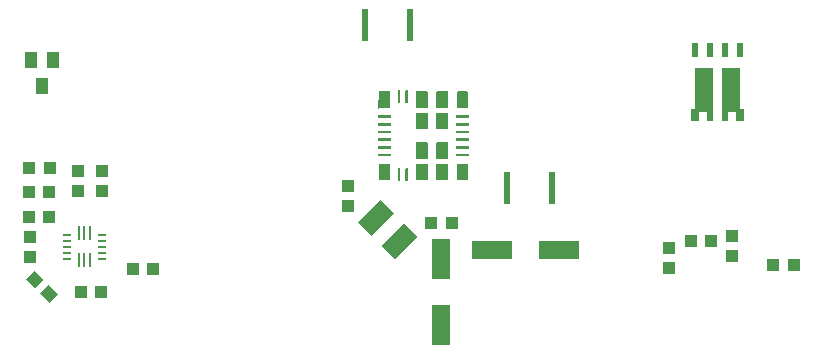
<source format=gbr>
G04 EAGLE Gerber RS-274X export*
G75*
%MOMM*%
%FSLAX34Y34*%
%LPD*%
%INSolderpaste Bottom*%
%IPPOS*%
%AMOC8*
5,1,8,0,0,1.08239X$1,22.5*%
G01*
%ADD10R,1.100000X1.000000*%
%ADD11R,1.000000X1.100000*%
%ADD12R,0.558800X2.794000*%
%ADD13R,1.600000X2.700000*%
%ADD14R,1.000000X1.400000*%
%ADD15R,3.500000X1.600000*%
%ADD16R,1.600000X3.500000*%
%ADD17R,0.610000X1.020000*%
%ADD18R,1.650000X3.810000*%
%ADD19R,0.610000X1.270000*%
%ADD20R,0.650000X1.100000*%
%ADD21R,0.650000X1.050000*%
%ADD22R,0.700000X0.150000*%
%ADD23R,0.150000X1.300000*%

G36*
X15706Y-296585D02*
X15706Y-296585D01*
X15710Y-296588D01*
X15901Y-296550D01*
X15910Y-296540D01*
X15919Y-296543D01*
X16081Y-296435D01*
X16085Y-296421D01*
X16095Y-296421D01*
X16203Y-296259D01*
X16202Y-296245D01*
X16210Y-296241D01*
X16248Y-296050D01*
X16245Y-296043D01*
X16249Y-296040D01*
X16249Y-283040D01*
X16245Y-283034D01*
X16248Y-283030D01*
X16210Y-282839D01*
X16200Y-282830D01*
X16203Y-282821D01*
X16095Y-282659D01*
X16081Y-282655D01*
X16081Y-282646D01*
X15919Y-282537D01*
X15905Y-282538D01*
X15901Y-282530D01*
X15710Y-282492D01*
X15703Y-282495D01*
X15700Y-282491D01*
X6700Y-282491D01*
X6694Y-282495D01*
X6690Y-282492D01*
X6499Y-282530D01*
X6490Y-282540D01*
X6481Y-282537D01*
X6319Y-282646D01*
X6315Y-282659D01*
X6306Y-282659D01*
X6197Y-282821D01*
X6198Y-282830D01*
X6191Y-282835D01*
X6193Y-282838D01*
X6190Y-282839D01*
X6152Y-283030D01*
X6155Y-283037D01*
X6151Y-283040D01*
X6151Y-296040D01*
X6155Y-296046D01*
X6152Y-296050D01*
X6190Y-296241D01*
X6200Y-296250D01*
X6197Y-296259D01*
X6306Y-296421D01*
X6319Y-296425D01*
X6319Y-296435D01*
X6481Y-296543D01*
X6495Y-296542D01*
X6499Y-296550D01*
X6690Y-296588D01*
X6697Y-296585D01*
X6700Y-296589D01*
X15700Y-296589D01*
X15706Y-296585D01*
G37*
G36*
X33206Y-296585D02*
X33206Y-296585D01*
X33210Y-296588D01*
X33401Y-296550D01*
X33410Y-296540D01*
X33419Y-296543D01*
X33581Y-296435D01*
X33585Y-296421D01*
X33595Y-296421D01*
X33703Y-296259D01*
X33702Y-296245D01*
X33710Y-296241D01*
X33748Y-296050D01*
X33745Y-296043D01*
X33749Y-296040D01*
X33749Y-283040D01*
X33745Y-283034D01*
X33748Y-283030D01*
X33710Y-282839D01*
X33700Y-282830D01*
X33703Y-282821D01*
X33595Y-282659D01*
X33581Y-282655D01*
X33581Y-282646D01*
X33419Y-282537D01*
X33405Y-282538D01*
X33401Y-282530D01*
X33210Y-282492D01*
X33203Y-282495D01*
X33200Y-282491D01*
X24200Y-282491D01*
X24194Y-282495D01*
X24190Y-282492D01*
X23999Y-282530D01*
X23990Y-282540D01*
X23981Y-282537D01*
X23819Y-282646D01*
X23815Y-282659D01*
X23806Y-282659D01*
X23697Y-282821D01*
X23698Y-282830D01*
X23691Y-282835D01*
X23693Y-282838D01*
X23690Y-282839D01*
X23652Y-283030D01*
X23655Y-283037D01*
X23651Y-283040D01*
X23651Y-296040D01*
X23655Y-296046D01*
X23652Y-296050D01*
X23690Y-296241D01*
X23700Y-296250D01*
X23697Y-296259D01*
X23806Y-296421D01*
X23819Y-296425D01*
X23819Y-296435D01*
X23981Y-296543D01*
X23995Y-296542D01*
X23999Y-296550D01*
X24190Y-296588D01*
X24197Y-296585D01*
X24200Y-296589D01*
X33200Y-296589D01*
X33206Y-296585D01*
G37*
G36*
X15706Y-314585D02*
X15706Y-314585D01*
X15710Y-314588D01*
X15901Y-314550D01*
X15910Y-314540D01*
X15919Y-314543D01*
X16081Y-314435D01*
X16085Y-314421D01*
X16095Y-314421D01*
X16203Y-314259D01*
X16202Y-314245D01*
X16210Y-314241D01*
X16248Y-314050D01*
X16245Y-314043D01*
X16249Y-314040D01*
X16249Y-301040D01*
X16245Y-301034D01*
X16248Y-301030D01*
X16210Y-300839D01*
X16200Y-300830D01*
X16203Y-300821D01*
X16095Y-300659D01*
X16081Y-300655D01*
X16081Y-300646D01*
X15919Y-300537D01*
X15905Y-300538D01*
X15901Y-300530D01*
X15710Y-300492D01*
X15703Y-300495D01*
X15700Y-300491D01*
X6700Y-300491D01*
X6694Y-300495D01*
X6690Y-300492D01*
X6499Y-300530D01*
X6490Y-300540D01*
X6481Y-300537D01*
X6319Y-300646D01*
X6315Y-300659D01*
X6306Y-300659D01*
X6197Y-300821D01*
X6198Y-300830D01*
X6191Y-300835D01*
X6193Y-300838D01*
X6190Y-300839D01*
X6152Y-301030D01*
X6155Y-301037D01*
X6151Y-301040D01*
X6151Y-314040D01*
X6155Y-314046D01*
X6152Y-314050D01*
X6190Y-314241D01*
X6200Y-314250D01*
X6197Y-314259D01*
X6306Y-314421D01*
X6319Y-314425D01*
X6319Y-314435D01*
X6481Y-314543D01*
X6495Y-314542D01*
X6499Y-314550D01*
X6690Y-314588D01*
X6697Y-314585D01*
X6700Y-314589D01*
X15700Y-314589D01*
X15706Y-314585D01*
G37*
G36*
X33206Y-314585D02*
X33206Y-314585D01*
X33210Y-314588D01*
X33401Y-314550D01*
X33410Y-314540D01*
X33419Y-314543D01*
X33581Y-314435D01*
X33585Y-314421D01*
X33595Y-314421D01*
X33703Y-314259D01*
X33702Y-314245D01*
X33710Y-314241D01*
X33748Y-314050D01*
X33745Y-314043D01*
X33749Y-314040D01*
X33749Y-301040D01*
X33745Y-301034D01*
X33748Y-301030D01*
X33710Y-300839D01*
X33700Y-300830D01*
X33703Y-300821D01*
X33595Y-300659D01*
X33581Y-300655D01*
X33581Y-300646D01*
X33419Y-300537D01*
X33405Y-300538D01*
X33401Y-300530D01*
X33210Y-300492D01*
X33203Y-300495D01*
X33200Y-300491D01*
X24200Y-300491D01*
X24194Y-300495D01*
X24190Y-300492D01*
X23999Y-300530D01*
X23990Y-300540D01*
X23981Y-300537D01*
X23819Y-300646D01*
X23815Y-300659D01*
X23806Y-300659D01*
X23697Y-300821D01*
X23698Y-300830D01*
X23691Y-300835D01*
X23693Y-300838D01*
X23690Y-300839D01*
X23652Y-301030D01*
X23655Y-301037D01*
X23651Y-301040D01*
X23651Y-314040D01*
X23655Y-314046D01*
X23652Y-314050D01*
X23690Y-314241D01*
X23700Y-314250D01*
X23697Y-314259D01*
X23806Y-314421D01*
X23819Y-314425D01*
X23819Y-314435D01*
X23981Y-314543D01*
X23995Y-314542D01*
X23999Y-314550D01*
X24190Y-314588D01*
X24197Y-314585D01*
X24200Y-314589D01*
X33200Y-314589D01*
X33206Y-314585D01*
G37*
G36*
X33206Y-339585D02*
X33206Y-339585D01*
X33210Y-339588D01*
X33401Y-339550D01*
X33410Y-339540D01*
X33419Y-339543D01*
X33581Y-339435D01*
X33585Y-339421D01*
X33595Y-339421D01*
X33703Y-339259D01*
X33702Y-339245D01*
X33710Y-339241D01*
X33748Y-339050D01*
X33745Y-339043D01*
X33749Y-339040D01*
X33749Y-326040D01*
X33745Y-326034D01*
X33748Y-326030D01*
X33710Y-325839D01*
X33700Y-325830D01*
X33703Y-325821D01*
X33595Y-325659D01*
X33581Y-325655D01*
X33581Y-325646D01*
X33419Y-325537D01*
X33405Y-325538D01*
X33401Y-325530D01*
X33210Y-325492D01*
X33203Y-325495D01*
X33200Y-325491D01*
X24200Y-325491D01*
X24194Y-325495D01*
X24190Y-325492D01*
X23999Y-325530D01*
X23990Y-325540D01*
X23981Y-325537D01*
X23819Y-325646D01*
X23815Y-325659D01*
X23806Y-325659D01*
X23697Y-325821D01*
X23698Y-325830D01*
X23691Y-325835D01*
X23693Y-325838D01*
X23690Y-325839D01*
X23652Y-326030D01*
X23655Y-326037D01*
X23651Y-326040D01*
X23651Y-339040D01*
X23655Y-339046D01*
X23652Y-339050D01*
X23690Y-339241D01*
X23700Y-339250D01*
X23697Y-339259D01*
X23806Y-339421D01*
X23819Y-339425D01*
X23819Y-339435D01*
X23981Y-339543D01*
X23995Y-339542D01*
X23999Y-339550D01*
X24190Y-339588D01*
X24197Y-339585D01*
X24200Y-339589D01*
X33200Y-339589D01*
X33206Y-339585D01*
G37*
G36*
X15706Y-339585D02*
X15706Y-339585D01*
X15710Y-339588D01*
X15901Y-339550D01*
X15910Y-339540D01*
X15919Y-339543D01*
X16081Y-339435D01*
X16085Y-339421D01*
X16095Y-339421D01*
X16203Y-339259D01*
X16202Y-339245D01*
X16210Y-339241D01*
X16248Y-339050D01*
X16245Y-339043D01*
X16249Y-339040D01*
X16249Y-326040D01*
X16245Y-326034D01*
X16248Y-326030D01*
X16210Y-325839D01*
X16200Y-325830D01*
X16203Y-325821D01*
X16095Y-325659D01*
X16081Y-325655D01*
X16081Y-325646D01*
X15919Y-325537D01*
X15905Y-325538D01*
X15901Y-325530D01*
X15710Y-325492D01*
X15703Y-325495D01*
X15700Y-325491D01*
X6700Y-325491D01*
X6694Y-325495D01*
X6690Y-325492D01*
X6499Y-325530D01*
X6490Y-325540D01*
X6481Y-325537D01*
X6319Y-325646D01*
X6315Y-325659D01*
X6306Y-325659D01*
X6197Y-325821D01*
X6198Y-325830D01*
X6191Y-325835D01*
X6193Y-325838D01*
X6190Y-325839D01*
X6152Y-326030D01*
X6155Y-326037D01*
X6151Y-326040D01*
X6151Y-339040D01*
X6155Y-339046D01*
X6152Y-339050D01*
X6190Y-339241D01*
X6200Y-339250D01*
X6197Y-339259D01*
X6306Y-339421D01*
X6319Y-339425D01*
X6319Y-339435D01*
X6481Y-339543D01*
X6495Y-339542D01*
X6499Y-339550D01*
X6690Y-339588D01*
X6697Y-339585D01*
X6700Y-339589D01*
X15700Y-339589D01*
X15706Y-339585D01*
G37*
G36*
X33206Y-357585D02*
X33206Y-357585D01*
X33210Y-357588D01*
X33401Y-357550D01*
X33410Y-357540D01*
X33419Y-357543D01*
X33581Y-357435D01*
X33585Y-357421D01*
X33595Y-357421D01*
X33703Y-357259D01*
X33702Y-357245D01*
X33710Y-357241D01*
X33748Y-357050D01*
X33745Y-357043D01*
X33749Y-357040D01*
X33749Y-344040D01*
X33745Y-344034D01*
X33748Y-344030D01*
X33710Y-343839D01*
X33700Y-343830D01*
X33703Y-343821D01*
X33595Y-343659D01*
X33581Y-343655D01*
X33581Y-343646D01*
X33419Y-343537D01*
X33405Y-343538D01*
X33401Y-343530D01*
X33210Y-343492D01*
X33203Y-343495D01*
X33200Y-343491D01*
X24200Y-343491D01*
X24194Y-343495D01*
X24190Y-343492D01*
X23999Y-343530D01*
X23990Y-343540D01*
X23981Y-343537D01*
X23819Y-343646D01*
X23815Y-343659D01*
X23806Y-343659D01*
X23697Y-343821D01*
X23698Y-343830D01*
X23691Y-343835D01*
X23693Y-343838D01*
X23690Y-343839D01*
X23652Y-344030D01*
X23655Y-344037D01*
X23651Y-344040D01*
X23651Y-357040D01*
X23655Y-357046D01*
X23652Y-357050D01*
X23690Y-357241D01*
X23700Y-357250D01*
X23697Y-357259D01*
X23806Y-357421D01*
X23819Y-357425D01*
X23819Y-357435D01*
X23981Y-357543D01*
X23995Y-357542D01*
X23999Y-357550D01*
X24190Y-357588D01*
X24197Y-357585D01*
X24200Y-357589D01*
X33200Y-357589D01*
X33206Y-357585D01*
G37*
G36*
X15706Y-357585D02*
X15706Y-357585D01*
X15710Y-357588D01*
X15901Y-357550D01*
X15910Y-357540D01*
X15919Y-357543D01*
X16081Y-357435D01*
X16085Y-357421D01*
X16095Y-357421D01*
X16203Y-357259D01*
X16202Y-357245D01*
X16210Y-357241D01*
X16248Y-357050D01*
X16245Y-357043D01*
X16249Y-357040D01*
X16249Y-344040D01*
X16245Y-344034D01*
X16248Y-344030D01*
X16210Y-343839D01*
X16200Y-343830D01*
X16203Y-343821D01*
X16095Y-343659D01*
X16081Y-343655D01*
X16081Y-343646D01*
X15919Y-343537D01*
X15905Y-343538D01*
X15901Y-343530D01*
X15710Y-343492D01*
X15703Y-343495D01*
X15700Y-343491D01*
X6700Y-343491D01*
X6694Y-343495D01*
X6690Y-343492D01*
X6499Y-343530D01*
X6490Y-343540D01*
X6481Y-343537D01*
X6319Y-343646D01*
X6315Y-343659D01*
X6306Y-343659D01*
X6197Y-343821D01*
X6198Y-343830D01*
X6191Y-343835D01*
X6193Y-343838D01*
X6190Y-343839D01*
X6152Y-344030D01*
X6155Y-344037D01*
X6151Y-344040D01*
X6151Y-357040D01*
X6155Y-357046D01*
X6152Y-357050D01*
X6190Y-357241D01*
X6200Y-357250D01*
X6197Y-357259D01*
X6306Y-357421D01*
X6319Y-357425D01*
X6319Y-357435D01*
X6481Y-357543D01*
X6495Y-357542D01*
X6499Y-357550D01*
X6690Y-357588D01*
X6697Y-357585D01*
X6700Y-357589D01*
X15700Y-357589D01*
X15706Y-357585D01*
G37*
G36*
X-16294Y-296335D02*
X-16294Y-296335D01*
X-16290Y-296338D01*
X-16099Y-296300D01*
X-16090Y-296290D01*
X-16081Y-296293D01*
X-15919Y-296185D01*
X-15915Y-296171D01*
X-15906Y-296171D01*
X-15797Y-296009D01*
X-15798Y-295995D01*
X-15790Y-295991D01*
X-15752Y-295800D01*
X-15755Y-295793D01*
X-15751Y-295790D01*
X-15751Y-282790D01*
X-15755Y-282784D01*
X-15752Y-282780D01*
X-15790Y-282589D01*
X-15800Y-282580D01*
X-15797Y-282571D01*
X-15906Y-282409D01*
X-15919Y-282405D01*
X-15919Y-282396D01*
X-16081Y-282287D01*
X-16095Y-282288D01*
X-16099Y-282280D01*
X-16290Y-282242D01*
X-16297Y-282245D01*
X-16300Y-282241D01*
X-24300Y-282241D01*
X-24306Y-282245D01*
X-24310Y-282242D01*
X-24501Y-282280D01*
X-24510Y-282290D01*
X-24519Y-282287D01*
X-24681Y-282396D01*
X-24685Y-282409D01*
X-24695Y-282409D01*
X-24803Y-282571D01*
X-24802Y-282580D01*
X-24809Y-282585D01*
X-24807Y-282588D01*
X-24810Y-282589D01*
X-24848Y-282780D01*
X-24845Y-282787D01*
X-24849Y-282790D01*
X-24849Y-295790D01*
X-24845Y-295796D01*
X-24848Y-295800D01*
X-24810Y-295991D01*
X-24800Y-296000D01*
X-24803Y-296009D01*
X-24695Y-296171D01*
X-24681Y-296175D01*
X-24681Y-296185D01*
X-24519Y-296293D01*
X-24505Y-296292D01*
X-24501Y-296300D01*
X-24310Y-296338D01*
X-24303Y-296335D01*
X-24300Y-296339D01*
X-16300Y-296339D01*
X-16294Y-296335D01*
G37*
G36*
X49706Y-296585D02*
X49706Y-296585D01*
X49710Y-296588D01*
X49901Y-296550D01*
X49910Y-296540D01*
X49919Y-296543D01*
X50081Y-296435D01*
X50085Y-296421D01*
X50095Y-296421D01*
X50203Y-296259D01*
X50202Y-296245D01*
X50210Y-296241D01*
X50248Y-296050D01*
X50245Y-296043D01*
X50249Y-296040D01*
X50249Y-283040D01*
X50245Y-283034D01*
X50248Y-283030D01*
X50210Y-282839D01*
X50200Y-282830D01*
X50203Y-282821D01*
X50095Y-282659D01*
X50081Y-282655D01*
X50081Y-282646D01*
X49919Y-282537D01*
X49905Y-282538D01*
X49901Y-282530D01*
X49710Y-282492D01*
X49703Y-282495D01*
X49700Y-282491D01*
X41700Y-282491D01*
X41694Y-282495D01*
X41690Y-282492D01*
X41499Y-282530D01*
X41490Y-282540D01*
X41481Y-282537D01*
X41319Y-282646D01*
X41315Y-282659D01*
X41306Y-282659D01*
X41197Y-282821D01*
X41198Y-282830D01*
X41191Y-282835D01*
X41193Y-282838D01*
X41190Y-282839D01*
X41152Y-283030D01*
X41155Y-283037D01*
X41151Y-283040D01*
X41151Y-296040D01*
X41155Y-296046D01*
X41152Y-296050D01*
X41190Y-296241D01*
X41200Y-296250D01*
X41197Y-296259D01*
X41306Y-296421D01*
X41319Y-296425D01*
X41319Y-296435D01*
X41481Y-296543D01*
X41495Y-296542D01*
X41499Y-296550D01*
X41690Y-296588D01*
X41697Y-296585D01*
X41700Y-296589D01*
X49700Y-296589D01*
X49706Y-296585D01*
G37*
G36*
X49706Y-357585D02*
X49706Y-357585D01*
X49710Y-357588D01*
X49901Y-357550D01*
X49910Y-357540D01*
X49919Y-357543D01*
X50081Y-357435D01*
X50085Y-357421D01*
X50095Y-357421D01*
X50203Y-357259D01*
X50202Y-357245D01*
X50210Y-357241D01*
X50248Y-357050D01*
X50245Y-357043D01*
X50249Y-357040D01*
X50249Y-344040D01*
X50245Y-344034D01*
X50248Y-344030D01*
X50210Y-343839D01*
X50200Y-343830D01*
X50203Y-343821D01*
X50095Y-343659D01*
X50081Y-343655D01*
X50081Y-343646D01*
X49919Y-343537D01*
X49905Y-343538D01*
X49901Y-343530D01*
X49710Y-343492D01*
X49703Y-343495D01*
X49700Y-343491D01*
X41700Y-343491D01*
X41694Y-343495D01*
X41690Y-343492D01*
X41499Y-343530D01*
X41490Y-343540D01*
X41481Y-343537D01*
X41319Y-343646D01*
X41315Y-343659D01*
X41306Y-343659D01*
X41197Y-343821D01*
X41198Y-343830D01*
X41191Y-343835D01*
X41193Y-343838D01*
X41190Y-343839D01*
X41152Y-344030D01*
X41155Y-344037D01*
X41151Y-344040D01*
X41151Y-357040D01*
X41155Y-357046D01*
X41152Y-357050D01*
X41190Y-357241D01*
X41200Y-357250D01*
X41197Y-357259D01*
X41306Y-357421D01*
X41319Y-357425D01*
X41319Y-357435D01*
X41481Y-357543D01*
X41495Y-357542D01*
X41499Y-357550D01*
X41690Y-357588D01*
X41697Y-357585D01*
X41700Y-357589D01*
X49700Y-357589D01*
X49706Y-357585D01*
G37*
G36*
X-16294Y-357585D02*
X-16294Y-357585D01*
X-16290Y-357588D01*
X-16099Y-357550D01*
X-16090Y-357540D01*
X-16081Y-357543D01*
X-15919Y-357435D01*
X-15915Y-357421D01*
X-15906Y-357421D01*
X-15797Y-357259D01*
X-15798Y-357245D01*
X-15790Y-357241D01*
X-15752Y-357050D01*
X-15755Y-357043D01*
X-15751Y-357040D01*
X-15751Y-344040D01*
X-15755Y-344034D01*
X-15752Y-344030D01*
X-15790Y-343839D01*
X-15800Y-343830D01*
X-15797Y-343821D01*
X-15906Y-343659D01*
X-15919Y-343655D01*
X-15919Y-343646D01*
X-16081Y-343537D01*
X-16095Y-343538D01*
X-16099Y-343530D01*
X-16290Y-343492D01*
X-16297Y-343495D01*
X-16300Y-343491D01*
X-24300Y-343491D01*
X-24306Y-343495D01*
X-24310Y-343492D01*
X-24501Y-343530D01*
X-24510Y-343540D01*
X-24519Y-343537D01*
X-24681Y-343646D01*
X-24685Y-343659D01*
X-24695Y-343659D01*
X-24803Y-343821D01*
X-24802Y-343830D01*
X-24809Y-343835D01*
X-24807Y-343838D01*
X-24810Y-343839D01*
X-24848Y-344030D01*
X-24845Y-344037D01*
X-24849Y-344040D01*
X-24849Y-357040D01*
X-24845Y-357046D01*
X-24848Y-357050D01*
X-24810Y-357241D01*
X-24800Y-357250D01*
X-24803Y-357259D01*
X-24695Y-357421D01*
X-24681Y-357425D01*
X-24681Y-357435D01*
X-24519Y-357543D01*
X-24505Y-357542D01*
X-24501Y-357550D01*
X-24310Y-357588D01*
X-24303Y-357585D01*
X-24300Y-357589D01*
X-16300Y-357589D01*
X-16294Y-357585D01*
G37*
G36*
X-7544Y-292585D02*
X-7544Y-292585D01*
X-7540Y-292588D01*
X-7349Y-292550D01*
X-7340Y-292540D01*
X-7331Y-292543D01*
X-7169Y-292435D01*
X-7165Y-292421D01*
X-7156Y-292421D01*
X-7047Y-292259D01*
X-7048Y-292245D01*
X-7040Y-292241D01*
X-7002Y-292050D01*
X-7005Y-292043D01*
X-7001Y-292040D01*
X-7001Y-282040D01*
X-7005Y-282034D01*
X-7002Y-282030D01*
X-7040Y-281839D01*
X-7050Y-281830D01*
X-7047Y-281821D01*
X-7156Y-281659D01*
X-7169Y-281655D01*
X-7169Y-281646D01*
X-7331Y-281537D01*
X-7345Y-281538D01*
X-7349Y-281530D01*
X-7540Y-281492D01*
X-7547Y-281495D01*
X-7550Y-281491D01*
X-8550Y-281491D01*
X-8556Y-281495D01*
X-8560Y-281492D01*
X-8751Y-281530D01*
X-8760Y-281540D01*
X-8769Y-281537D01*
X-8931Y-281646D01*
X-8935Y-281659D01*
X-8945Y-281659D01*
X-9053Y-281821D01*
X-9052Y-281833D01*
X-9059Y-281838D01*
X-9060Y-281839D01*
X-9098Y-282030D01*
X-9096Y-282035D01*
X-9097Y-282036D01*
X-9096Y-282038D01*
X-9099Y-282040D01*
X-9099Y-292040D01*
X-9095Y-292046D01*
X-9098Y-292050D01*
X-9060Y-292241D01*
X-9050Y-292250D01*
X-9053Y-292259D01*
X-8945Y-292421D01*
X-8931Y-292425D01*
X-8931Y-292435D01*
X-8769Y-292543D01*
X-8755Y-292542D01*
X-8751Y-292550D01*
X-8560Y-292588D01*
X-8553Y-292585D01*
X-8550Y-292589D01*
X-7550Y-292589D01*
X-7544Y-292585D01*
G37*
G36*
X-1044Y-292585D02*
X-1044Y-292585D01*
X-1040Y-292588D01*
X-849Y-292550D01*
X-840Y-292540D01*
X-831Y-292543D01*
X-669Y-292435D01*
X-665Y-292421D01*
X-656Y-292421D01*
X-547Y-292259D01*
X-548Y-292245D01*
X-540Y-292241D01*
X-502Y-292050D01*
X-505Y-292043D01*
X-501Y-292040D01*
X-501Y-282040D01*
X-505Y-282034D01*
X-502Y-282030D01*
X-540Y-281839D01*
X-550Y-281830D01*
X-547Y-281821D01*
X-656Y-281659D01*
X-669Y-281655D01*
X-669Y-281646D01*
X-831Y-281537D01*
X-845Y-281538D01*
X-849Y-281530D01*
X-1040Y-281492D01*
X-1047Y-281495D01*
X-1050Y-281491D01*
X-2050Y-281491D01*
X-2056Y-281495D01*
X-2060Y-281492D01*
X-2251Y-281530D01*
X-2260Y-281540D01*
X-2269Y-281537D01*
X-2431Y-281646D01*
X-2435Y-281659D01*
X-2445Y-281659D01*
X-2553Y-281821D01*
X-2552Y-281833D01*
X-2559Y-281838D01*
X-2560Y-281839D01*
X-2598Y-282030D01*
X-2596Y-282035D01*
X-2597Y-282036D01*
X-2596Y-282038D01*
X-2599Y-282040D01*
X-2599Y-292040D01*
X-2595Y-292046D01*
X-2598Y-292050D01*
X-2560Y-292241D01*
X-2550Y-292250D01*
X-2553Y-292259D01*
X-2445Y-292421D01*
X-2431Y-292425D01*
X-2431Y-292435D01*
X-2269Y-292543D01*
X-2255Y-292542D01*
X-2251Y-292550D01*
X-2060Y-292588D01*
X-2053Y-292585D01*
X-2050Y-292589D01*
X-1050Y-292589D01*
X-1044Y-292585D01*
G37*
G36*
X-7544Y-358585D02*
X-7544Y-358585D01*
X-7540Y-358588D01*
X-7349Y-358550D01*
X-7340Y-358540D01*
X-7331Y-358543D01*
X-7169Y-358435D01*
X-7165Y-358421D01*
X-7156Y-358421D01*
X-7047Y-358259D01*
X-7048Y-358245D01*
X-7040Y-358241D01*
X-7002Y-358050D01*
X-7005Y-358043D01*
X-7001Y-358040D01*
X-7001Y-348040D01*
X-7005Y-348034D01*
X-7002Y-348030D01*
X-7040Y-347839D01*
X-7050Y-347830D01*
X-7047Y-347821D01*
X-7156Y-347659D01*
X-7169Y-347655D01*
X-7169Y-347646D01*
X-7331Y-347537D01*
X-7345Y-347538D01*
X-7349Y-347530D01*
X-7540Y-347492D01*
X-7547Y-347495D01*
X-7550Y-347491D01*
X-8550Y-347491D01*
X-8556Y-347495D01*
X-8560Y-347492D01*
X-8751Y-347530D01*
X-8760Y-347540D01*
X-8769Y-347537D01*
X-8931Y-347646D01*
X-8935Y-347659D01*
X-8945Y-347659D01*
X-9053Y-347821D01*
X-9052Y-347833D01*
X-9059Y-347838D01*
X-9060Y-347839D01*
X-9098Y-348030D01*
X-9096Y-348035D01*
X-9097Y-348036D01*
X-9096Y-348038D01*
X-9099Y-348040D01*
X-9099Y-358040D01*
X-9095Y-358046D01*
X-9098Y-358050D01*
X-9060Y-358241D01*
X-9050Y-358250D01*
X-9053Y-358259D01*
X-8945Y-358421D01*
X-8931Y-358425D01*
X-8931Y-358435D01*
X-8769Y-358543D01*
X-8755Y-358542D01*
X-8751Y-358550D01*
X-8560Y-358588D01*
X-8553Y-358585D01*
X-8550Y-358589D01*
X-7550Y-358589D01*
X-7544Y-358585D01*
G37*
G36*
X-1044Y-358585D02*
X-1044Y-358585D01*
X-1040Y-358588D01*
X-849Y-358550D01*
X-840Y-358540D01*
X-831Y-358543D01*
X-669Y-358435D01*
X-665Y-358421D01*
X-656Y-358421D01*
X-547Y-358259D01*
X-548Y-358245D01*
X-540Y-358241D01*
X-502Y-358050D01*
X-505Y-358043D01*
X-501Y-358040D01*
X-501Y-348040D01*
X-505Y-348034D01*
X-502Y-348030D01*
X-540Y-347839D01*
X-550Y-347830D01*
X-547Y-347821D01*
X-656Y-347659D01*
X-669Y-347655D01*
X-669Y-347646D01*
X-831Y-347537D01*
X-845Y-347538D01*
X-849Y-347530D01*
X-1040Y-347492D01*
X-1047Y-347495D01*
X-1050Y-347491D01*
X-2050Y-347491D01*
X-2056Y-347495D01*
X-2060Y-347492D01*
X-2251Y-347530D01*
X-2260Y-347540D01*
X-2269Y-347537D01*
X-2431Y-347646D01*
X-2435Y-347659D01*
X-2445Y-347659D01*
X-2553Y-347821D01*
X-2552Y-347833D01*
X-2559Y-347838D01*
X-2560Y-347839D01*
X-2598Y-348030D01*
X-2596Y-348035D01*
X-2597Y-348036D01*
X-2596Y-348038D01*
X-2599Y-348040D01*
X-2599Y-358040D01*
X-2595Y-358046D01*
X-2598Y-358050D01*
X-2560Y-358241D01*
X-2550Y-358250D01*
X-2553Y-358259D01*
X-2445Y-358421D01*
X-2431Y-358425D01*
X-2431Y-358435D01*
X-2269Y-358543D01*
X-2255Y-358542D01*
X-2251Y-358550D01*
X-2060Y-358588D01*
X-2053Y-358585D01*
X-2050Y-358589D01*
X-1050Y-358589D01*
X-1044Y-358585D01*
G37*
G36*
X50706Y-304835D02*
X50706Y-304835D01*
X50710Y-304838D01*
X50901Y-304800D01*
X50910Y-304790D01*
X50919Y-304793D01*
X51081Y-304685D01*
X51085Y-304671D01*
X51095Y-304671D01*
X51203Y-304509D01*
X51202Y-304495D01*
X51210Y-304491D01*
X51248Y-304300D01*
X51245Y-304293D01*
X51249Y-304290D01*
X51249Y-303290D01*
X51245Y-303284D01*
X51248Y-303280D01*
X51210Y-303089D01*
X51200Y-303080D01*
X51203Y-303071D01*
X51095Y-302909D01*
X51081Y-302905D01*
X51081Y-302896D01*
X50919Y-302787D01*
X50905Y-302788D01*
X50901Y-302780D01*
X50710Y-302742D01*
X50703Y-302745D01*
X50700Y-302741D01*
X40700Y-302741D01*
X40694Y-302745D01*
X40690Y-302742D01*
X40499Y-302780D01*
X40490Y-302790D01*
X40481Y-302787D01*
X40319Y-302896D01*
X40315Y-302909D01*
X40306Y-302909D01*
X40197Y-303071D01*
X40198Y-303085D01*
X40190Y-303089D01*
X40152Y-303280D01*
X40155Y-303287D01*
X40151Y-303290D01*
X40151Y-304290D01*
X40155Y-304296D01*
X40152Y-304300D01*
X40190Y-304491D01*
X40200Y-304500D01*
X40197Y-304509D01*
X40306Y-304671D01*
X40319Y-304675D01*
X40319Y-304685D01*
X40481Y-304793D01*
X40495Y-304792D01*
X40499Y-304800D01*
X40690Y-304838D01*
X40697Y-304835D01*
X40700Y-304839D01*
X50700Y-304839D01*
X50706Y-304835D01*
G37*
G36*
X-15294Y-304835D02*
X-15294Y-304835D01*
X-15290Y-304838D01*
X-15099Y-304800D01*
X-15090Y-304790D01*
X-15081Y-304793D01*
X-14919Y-304685D01*
X-14915Y-304671D01*
X-14906Y-304671D01*
X-14797Y-304509D01*
X-14798Y-304495D01*
X-14790Y-304491D01*
X-14752Y-304300D01*
X-14755Y-304293D01*
X-14751Y-304290D01*
X-14751Y-303290D01*
X-14755Y-303284D01*
X-14752Y-303280D01*
X-14790Y-303089D01*
X-14800Y-303080D01*
X-14797Y-303071D01*
X-14906Y-302909D01*
X-14919Y-302905D01*
X-14919Y-302896D01*
X-15081Y-302787D01*
X-15095Y-302788D01*
X-15099Y-302780D01*
X-15290Y-302742D01*
X-15297Y-302745D01*
X-15300Y-302741D01*
X-25300Y-302741D01*
X-25306Y-302745D01*
X-25310Y-302742D01*
X-25501Y-302780D01*
X-25510Y-302790D01*
X-25519Y-302787D01*
X-25681Y-302896D01*
X-25685Y-302909D01*
X-25695Y-302909D01*
X-25803Y-303071D01*
X-25802Y-303085D01*
X-25810Y-303089D01*
X-25848Y-303280D01*
X-25845Y-303287D01*
X-25849Y-303290D01*
X-25849Y-304290D01*
X-25845Y-304296D01*
X-25848Y-304300D01*
X-25810Y-304491D01*
X-25800Y-304500D01*
X-25803Y-304509D01*
X-25695Y-304671D01*
X-25681Y-304675D01*
X-25681Y-304685D01*
X-25519Y-304793D01*
X-25505Y-304792D01*
X-25501Y-304800D01*
X-25310Y-304838D01*
X-25303Y-304835D01*
X-25300Y-304839D01*
X-15300Y-304839D01*
X-15294Y-304835D01*
G37*
G36*
X50706Y-311335D02*
X50706Y-311335D01*
X50710Y-311338D01*
X50901Y-311300D01*
X50910Y-311290D01*
X50919Y-311293D01*
X51081Y-311185D01*
X51085Y-311171D01*
X51095Y-311171D01*
X51203Y-311009D01*
X51202Y-310995D01*
X51210Y-310991D01*
X51248Y-310800D01*
X51245Y-310793D01*
X51249Y-310790D01*
X51249Y-309790D01*
X51245Y-309784D01*
X51248Y-309780D01*
X51210Y-309589D01*
X51200Y-309580D01*
X51203Y-309571D01*
X51095Y-309409D01*
X51081Y-309405D01*
X51081Y-309396D01*
X50919Y-309287D01*
X50905Y-309288D01*
X50901Y-309280D01*
X50710Y-309242D01*
X50703Y-309245D01*
X50700Y-309241D01*
X40700Y-309241D01*
X40694Y-309245D01*
X40690Y-309242D01*
X40499Y-309280D01*
X40490Y-309290D01*
X40481Y-309287D01*
X40319Y-309396D01*
X40315Y-309409D01*
X40306Y-309409D01*
X40197Y-309571D01*
X40198Y-309585D01*
X40190Y-309589D01*
X40152Y-309780D01*
X40155Y-309787D01*
X40151Y-309790D01*
X40151Y-310790D01*
X40155Y-310796D01*
X40152Y-310800D01*
X40190Y-310991D01*
X40200Y-311000D01*
X40197Y-311009D01*
X40306Y-311171D01*
X40319Y-311175D01*
X40319Y-311185D01*
X40481Y-311293D01*
X40495Y-311292D01*
X40499Y-311300D01*
X40690Y-311338D01*
X40697Y-311335D01*
X40700Y-311339D01*
X50700Y-311339D01*
X50706Y-311335D01*
G37*
G36*
X-15294Y-311335D02*
X-15294Y-311335D01*
X-15290Y-311338D01*
X-15099Y-311300D01*
X-15090Y-311290D01*
X-15081Y-311293D01*
X-14919Y-311185D01*
X-14915Y-311171D01*
X-14906Y-311171D01*
X-14797Y-311009D01*
X-14798Y-310995D01*
X-14790Y-310991D01*
X-14752Y-310800D01*
X-14755Y-310793D01*
X-14751Y-310790D01*
X-14751Y-309790D01*
X-14755Y-309784D01*
X-14752Y-309780D01*
X-14790Y-309589D01*
X-14800Y-309580D01*
X-14797Y-309571D01*
X-14906Y-309409D01*
X-14919Y-309405D01*
X-14919Y-309396D01*
X-15081Y-309287D01*
X-15095Y-309288D01*
X-15099Y-309280D01*
X-15290Y-309242D01*
X-15297Y-309245D01*
X-15300Y-309241D01*
X-25300Y-309241D01*
X-25306Y-309245D01*
X-25310Y-309242D01*
X-25501Y-309280D01*
X-25510Y-309290D01*
X-25519Y-309287D01*
X-25681Y-309396D01*
X-25685Y-309409D01*
X-25695Y-309409D01*
X-25803Y-309571D01*
X-25802Y-309585D01*
X-25810Y-309589D01*
X-25848Y-309780D01*
X-25845Y-309787D01*
X-25849Y-309790D01*
X-25849Y-310790D01*
X-25845Y-310796D01*
X-25848Y-310800D01*
X-25810Y-310991D01*
X-25800Y-311000D01*
X-25803Y-311009D01*
X-25695Y-311171D01*
X-25681Y-311175D01*
X-25681Y-311185D01*
X-25519Y-311293D01*
X-25505Y-311292D01*
X-25501Y-311300D01*
X-25310Y-311338D01*
X-25303Y-311335D01*
X-25300Y-311339D01*
X-15300Y-311339D01*
X-15294Y-311335D01*
G37*
G36*
X-15294Y-317835D02*
X-15294Y-317835D01*
X-15290Y-317838D01*
X-15099Y-317800D01*
X-15090Y-317790D01*
X-15081Y-317793D01*
X-14919Y-317685D01*
X-14915Y-317671D01*
X-14906Y-317671D01*
X-14797Y-317509D01*
X-14798Y-317495D01*
X-14790Y-317491D01*
X-14752Y-317300D01*
X-14755Y-317293D01*
X-14751Y-317290D01*
X-14751Y-316290D01*
X-14755Y-316284D01*
X-14752Y-316280D01*
X-14790Y-316089D01*
X-14800Y-316080D01*
X-14797Y-316071D01*
X-14906Y-315909D01*
X-14919Y-315905D01*
X-14919Y-315896D01*
X-15081Y-315787D01*
X-15095Y-315788D01*
X-15099Y-315780D01*
X-15290Y-315742D01*
X-15297Y-315745D01*
X-15300Y-315741D01*
X-25300Y-315741D01*
X-25306Y-315745D01*
X-25310Y-315742D01*
X-25501Y-315780D01*
X-25510Y-315790D01*
X-25519Y-315787D01*
X-25681Y-315896D01*
X-25685Y-315909D01*
X-25695Y-315909D01*
X-25803Y-316071D01*
X-25802Y-316085D01*
X-25810Y-316089D01*
X-25848Y-316280D01*
X-25845Y-316287D01*
X-25849Y-316290D01*
X-25849Y-317290D01*
X-25845Y-317296D01*
X-25848Y-317300D01*
X-25810Y-317491D01*
X-25800Y-317500D01*
X-25803Y-317509D01*
X-25695Y-317671D01*
X-25681Y-317675D01*
X-25681Y-317685D01*
X-25519Y-317793D01*
X-25505Y-317792D01*
X-25501Y-317800D01*
X-25310Y-317838D01*
X-25303Y-317835D01*
X-25300Y-317839D01*
X-15300Y-317839D01*
X-15294Y-317835D01*
G37*
G36*
X50706Y-317835D02*
X50706Y-317835D01*
X50710Y-317838D01*
X50901Y-317800D01*
X50910Y-317790D01*
X50919Y-317793D01*
X51081Y-317685D01*
X51085Y-317671D01*
X51095Y-317671D01*
X51203Y-317509D01*
X51202Y-317495D01*
X51210Y-317491D01*
X51248Y-317300D01*
X51245Y-317293D01*
X51249Y-317290D01*
X51249Y-316290D01*
X51245Y-316284D01*
X51248Y-316280D01*
X51210Y-316089D01*
X51200Y-316080D01*
X51203Y-316071D01*
X51095Y-315909D01*
X51081Y-315905D01*
X51081Y-315896D01*
X50919Y-315787D01*
X50905Y-315788D01*
X50901Y-315780D01*
X50710Y-315742D01*
X50703Y-315745D01*
X50700Y-315741D01*
X40700Y-315741D01*
X40694Y-315745D01*
X40690Y-315742D01*
X40499Y-315780D01*
X40490Y-315790D01*
X40481Y-315787D01*
X40319Y-315896D01*
X40315Y-315909D01*
X40306Y-315909D01*
X40197Y-316071D01*
X40198Y-316085D01*
X40190Y-316089D01*
X40152Y-316280D01*
X40155Y-316287D01*
X40151Y-316290D01*
X40151Y-317290D01*
X40155Y-317296D01*
X40152Y-317300D01*
X40190Y-317491D01*
X40200Y-317500D01*
X40197Y-317509D01*
X40306Y-317671D01*
X40319Y-317675D01*
X40319Y-317685D01*
X40481Y-317793D01*
X40495Y-317792D01*
X40499Y-317800D01*
X40690Y-317838D01*
X40697Y-317835D01*
X40700Y-317839D01*
X50700Y-317839D01*
X50706Y-317835D01*
G37*
G36*
X-15294Y-324335D02*
X-15294Y-324335D01*
X-15290Y-324338D01*
X-15099Y-324300D01*
X-15090Y-324290D01*
X-15081Y-324293D01*
X-14919Y-324185D01*
X-14915Y-324171D01*
X-14906Y-324171D01*
X-14797Y-324009D01*
X-14798Y-323995D01*
X-14790Y-323991D01*
X-14752Y-323800D01*
X-14755Y-323793D01*
X-14751Y-323790D01*
X-14751Y-322790D01*
X-14755Y-322784D01*
X-14752Y-322780D01*
X-14790Y-322589D01*
X-14800Y-322580D01*
X-14797Y-322571D01*
X-14906Y-322409D01*
X-14919Y-322405D01*
X-14919Y-322396D01*
X-15081Y-322287D01*
X-15095Y-322288D01*
X-15099Y-322280D01*
X-15290Y-322242D01*
X-15297Y-322245D01*
X-15300Y-322241D01*
X-25300Y-322241D01*
X-25306Y-322245D01*
X-25310Y-322242D01*
X-25501Y-322280D01*
X-25510Y-322290D01*
X-25519Y-322287D01*
X-25681Y-322396D01*
X-25685Y-322409D01*
X-25695Y-322409D01*
X-25803Y-322571D01*
X-25802Y-322585D01*
X-25810Y-322589D01*
X-25848Y-322780D01*
X-25845Y-322787D01*
X-25849Y-322790D01*
X-25849Y-323790D01*
X-25845Y-323796D01*
X-25848Y-323800D01*
X-25810Y-323991D01*
X-25800Y-324000D01*
X-25803Y-324009D01*
X-25695Y-324171D01*
X-25681Y-324175D01*
X-25681Y-324185D01*
X-25519Y-324293D01*
X-25505Y-324292D01*
X-25501Y-324300D01*
X-25310Y-324338D01*
X-25303Y-324335D01*
X-25300Y-324339D01*
X-15300Y-324339D01*
X-15294Y-324335D01*
G37*
G36*
X50706Y-324335D02*
X50706Y-324335D01*
X50710Y-324338D01*
X50901Y-324300D01*
X50910Y-324290D01*
X50919Y-324293D01*
X51081Y-324185D01*
X51085Y-324171D01*
X51095Y-324171D01*
X51203Y-324009D01*
X51202Y-323995D01*
X51210Y-323991D01*
X51248Y-323800D01*
X51245Y-323793D01*
X51249Y-323790D01*
X51249Y-322790D01*
X51245Y-322784D01*
X51248Y-322780D01*
X51210Y-322589D01*
X51200Y-322580D01*
X51203Y-322571D01*
X51095Y-322409D01*
X51081Y-322405D01*
X51081Y-322396D01*
X50919Y-322287D01*
X50905Y-322288D01*
X50901Y-322280D01*
X50710Y-322242D01*
X50703Y-322245D01*
X50700Y-322241D01*
X40700Y-322241D01*
X40694Y-322245D01*
X40690Y-322242D01*
X40499Y-322280D01*
X40490Y-322290D01*
X40481Y-322287D01*
X40319Y-322396D01*
X40315Y-322409D01*
X40306Y-322409D01*
X40197Y-322571D01*
X40198Y-322585D01*
X40190Y-322589D01*
X40152Y-322780D01*
X40155Y-322787D01*
X40151Y-322790D01*
X40151Y-323790D01*
X40155Y-323796D01*
X40152Y-323800D01*
X40190Y-323991D01*
X40200Y-324000D01*
X40197Y-324009D01*
X40306Y-324171D01*
X40319Y-324175D01*
X40319Y-324185D01*
X40481Y-324293D01*
X40495Y-324292D01*
X40499Y-324300D01*
X40690Y-324338D01*
X40697Y-324335D01*
X40700Y-324339D01*
X50700Y-324339D01*
X50706Y-324335D01*
G37*
G36*
X50706Y-330835D02*
X50706Y-330835D01*
X50710Y-330838D01*
X50901Y-330800D01*
X50910Y-330790D01*
X50919Y-330793D01*
X51081Y-330685D01*
X51085Y-330671D01*
X51095Y-330671D01*
X51203Y-330509D01*
X51202Y-330495D01*
X51210Y-330491D01*
X51248Y-330300D01*
X51245Y-330293D01*
X51249Y-330290D01*
X51249Y-329290D01*
X51245Y-329284D01*
X51248Y-329280D01*
X51210Y-329089D01*
X51200Y-329080D01*
X51203Y-329071D01*
X51095Y-328909D01*
X51081Y-328905D01*
X51081Y-328896D01*
X50919Y-328787D01*
X50905Y-328788D01*
X50901Y-328780D01*
X50710Y-328742D01*
X50703Y-328745D01*
X50700Y-328741D01*
X40700Y-328741D01*
X40694Y-328745D01*
X40690Y-328742D01*
X40499Y-328780D01*
X40490Y-328790D01*
X40481Y-328787D01*
X40319Y-328896D01*
X40315Y-328909D01*
X40306Y-328909D01*
X40197Y-329071D01*
X40198Y-329085D01*
X40190Y-329089D01*
X40152Y-329280D01*
X40155Y-329287D01*
X40151Y-329290D01*
X40151Y-330290D01*
X40155Y-330296D01*
X40152Y-330300D01*
X40190Y-330491D01*
X40200Y-330500D01*
X40197Y-330509D01*
X40306Y-330671D01*
X40319Y-330675D01*
X40319Y-330685D01*
X40481Y-330793D01*
X40495Y-330792D01*
X40499Y-330800D01*
X40690Y-330838D01*
X40697Y-330835D01*
X40700Y-330839D01*
X50700Y-330839D01*
X50706Y-330835D01*
G37*
G36*
X-15294Y-330835D02*
X-15294Y-330835D01*
X-15290Y-330838D01*
X-15099Y-330800D01*
X-15090Y-330790D01*
X-15081Y-330793D01*
X-14919Y-330685D01*
X-14915Y-330671D01*
X-14906Y-330671D01*
X-14797Y-330509D01*
X-14798Y-330495D01*
X-14790Y-330491D01*
X-14752Y-330300D01*
X-14755Y-330293D01*
X-14751Y-330290D01*
X-14751Y-329290D01*
X-14755Y-329284D01*
X-14752Y-329280D01*
X-14790Y-329089D01*
X-14800Y-329080D01*
X-14797Y-329071D01*
X-14906Y-328909D01*
X-14919Y-328905D01*
X-14919Y-328896D01*
X-15081Y-328787D01*
X-15095Y-328788D01*
X-15099Y-328780D01*
X-15290Y-328742D01*
X-15297Y-328745D01*
X-15300Y-328741D01*
X-25300Y-328741D01*
X-25306Y-328745D01*
X-25310Y-328742D01*
X-25501Y-328780D01*
X-25510Y-328790D01*
X-25519Y-328787D01*
X-25681Y-328896D01*
X-25685Y-328909D01*
X-25695Y-328909D01*
X-25803Y-329071D01*
X-25802Y-329085D01*
X-25810Y-329089D01*
X-25848Y-329280D01*
X-25845Y-329287D01*
X-25849Y-329290D01*
X-25849Y-330290D01*
X-25845Y-330296D01*
X-25848Y-330300D01*
X-25810Y-330491D01*
X-25800Y-330500D01*
X-25803Y-330509D01*
X-25695Y-330671D01*
X-25681Y-330675D01*
X-25681Y-330685D01*
X-25519Y-330793D01*
X-25505Y-330792D01*
X-25501Y-330800D01*
X-25310Y-330838D01*
X-25303Y-330835D01*
X-25300Y-330839D01*
X-15300Y-330839D01*
X-15294Y-330835D01*
G37*
G36*
X-15294Y-337335D02*
X-15294Y-337335D01*
X-15290Y-337338D01*
X-15099Y-337300D01*
X-15090Y-337290D01*
X-15081Y-337293D01*
X-14919Y-337185D01*
X-14915Y-337171D01*
X-14906Y-337171D01*
X-14797Y-337009D01*
X-14798Y-336995D01*
X-14790Y-336991D01*
X-14752Y-336800D01*
X-14755Y-336793D01*
X-14751Y-336790D01*
X-14751Y-335790D01*
X-14755Y-335784D01*
X-14752Y-335780D01*
X-14790Y-335589D01*
X-14800Y-335580D01*
X-14797Y-335571D01*
X-14906Y-335409D01*
X-14919Y-335405D01*
X-14919Y-335396D01*
X-15081Y-335287D01*
X-15095Y-335288D01*
X-15099Y-335280D01*
X-15290Y-335242D01*
X-15297Y-335245D01*
X-15300Y-335241D01*
X-25300Y-335241D01*
X-25306Y-335245D01*
X-25310Y-335242D01*
X-25501Y-335280D01*
X-25510Y-335290D01*
X-25519Y-335287D01*
X-25681Y-335396D01*
X-25685Y-335409D01*
X-25695Y-335409D01*
X-25803Y-335571D01*
X-25802Y-335585D01*
X-25810Y-335589D01*
X-25848Y-335780D01*
X-25845Y-335787D01*
X-25849Y-335790D01*
X-25849Y-336790D01*
X-25845Y-336796D01*
X-25848Y-336800D01*
X-25810Y-336991D01*
X-25800Y-337000D01*
X-25803Y-337009D01*
X-25695Y-337171D01*
X-25681Y-337175D01*
X-25681Y-337185D01*
X-25519Y-337293D01*
X-25505Y-337292D01*
X-25501Y-337300D01*
X-25310Y-337338D01*
X-25303Y-337335D01*
X-25300Y-337339D01*
X-15300Y-337339D01*
X-15294Y-337335D01*
G37*
G36*
X50706Y-337335D02*
X50706Y-337335D01*
X50710Y-337338D01*
X50901Y-337300D01*
X50910Y-337290D01*
X50919Y-337293D01*
X51081Y-337185D01*
X51085Y-337171D01*
X51095Y-337171D01*
X51203Y-337009D01*
X51202Y-336995D01*
X51210Y-336991D01*
X51248Y-336800D01*
X51245Y-336793D01*
X51249Y-336790D01*
X51249Y-335790D01*
X51245Y-335784D01*
X51248Y-335780D01*
X51210Y-335589D01*
X51200Y-335580D01*
X51203Y-335571D01*
X51095Y-335409D01*
X51081Y-335405D01*
X51081Y-335396D01*
X50919Y-335287D01*
X50905Y-335288D01*
X50901Y-335280D01*
X50710Y-335242D01*
X50703Y-335245D01*
X50700Y-335241D01*
X40700Y-335241D01*
X40694Y-335245D01*
X40690Y-335242D01*
X40499Y-335280D01*
X40490Y-335290D01*
X40481Y-335287D01*
X40319Y-335396D01*
X40315Y-335409D01*
X40306Y-335409D01*
X40197Y-335571D01*
X40198Y-335585D01*
X40190Y-335589D01*
X40152Y-335780D01*
X40155Y-335787D01*
X40151Y-335790D01*
X40151Y-336790D01*
X40155Y-336796D01*
X40152Y-336800D01*
X40190Y-336991D01*
X40200Y-337000D01*
X40197Y-337009D01*
X40306Y-337171D01*
X40319Y-337175D01*
X40319Y-337185D01*
X40481Y-337293D01*
X40495Y-337292D01*
X40499Y-337300D01*
X40690Y-337338D01*
X40697Y-337335D01*
X40700Y-337339D01*
X50700Y-337339D01*
X50706Y-337335D01*
G37*
G36*
X-25006Y-297312D02*
X-25006Y-297312D01*
X-25013Y-297298D01*
X-25001Y-297288D01*
X-25501Y-282288D01*
X-25519Y-282266D01*
X-25537Y-282243D01*
X-25538Y-282242D01*
X-25568Y-282267D01*
X-25599Y-282290D01*
X-25599Y-296790D01*
X-25595Y-296796D01*
X-25598Y-296800D01*
X-25560Y-296991D01*
X-25550Y-297000D01*
X-25553Y-297009D01*
X-25445Y-297171D01*
X-25431Y-297175D01*
X-25431Y-297185D01*
X-25269Y-297293D01*
X-25255Y-297292D01*
X-25251Y-297300D01*
X-25060Y-297338D01*
X-25006Y-297312D01*
G37*
D10*
X-260232Y-452120D03*
X-277232Y-452120D03*
D11*
X-303920Y-346964D03*
X-320920Y-346964D03*
X-304174Y-367792D03*
X-321174Y-367792D03*
D10*
X-320040Y-405520D03*
X-320040Y-422520D03*
D11*
X-304174Y-388366D03*
X-321174Y-388366D03*
D12*
X121158Y-364236D03*
X83566Y-364236D03*
X-36576Y-226060D03*
X1016Y-226060D03*
D13*
G36*
X-31569Y-404591D02*
X-42882Y-393278D01*
X-23791Y-374187D01*
X-12478Y-385500D01*
X-31569Y-404591D01*
G37*
G36*
X-11770Y-424389D02*
X-23083Y-413076D01*
X-3992Y-393985D01*
X7321Y-405298D01*
X-11770Y-424389D01*
G37*
D10*
X256404Y-408940D03*
X239404Y-408940D03*
D11*
X274066Y-421504D03*
X274066Y-404504D03*
X220726Y-414664D03*
X220726Y-431664D03*
D14*
X-319888Y-256208D03*
X-300888Y-256208D03*
X-310388Y-278208D03*
D15*
X71060Y-416560D03*
X127060Y-416560D03*
D16*
X27940Y-424120D03*
X27940Y-480120D03*
D11*
X19440Y-393700D03*
X36440Y-393700D03*
X-50800Y-379340D03*
X-50800Y-362340D03*
D10*
X309000Y-429260D03*
X326000Y-429260D03*
D17*
X255270Y-302270D03*
X267970Y-302270D03*
D18*
X250320Y-281220D03*
X272920Y-281220D03*
D19*
X242570Y-247620D03*
X280670Y-247620D03*
X255270Y-247620D03*
X267970Y-247620D03*
D20*
X280870Y-302320D03*
D21*
X242370Y-302070D03*
D22*
X-259820Y-419020D03*
X-259820Y-424020D03*
X-259820Y-414020D03*
X-259820Y-409020D03*
X-259820Y-404020D03*
X-288820Y-404020D03*
X-288820Y-409020D03*
X-288820Y-414020D03*
X-288820Y-419020D03*
X-288820Y-424020D03*
D23*
X-269320Y-402520D03*
X-274320Y-402520D03*
X-279320Y-402520D03*
X-279320Y-425520D03*
X-274320Y-425520D03*
X-269320Y-425520D03*
D10*
X-259080Y-366640D03*
X-259080Y-349640D03*
X-233544Y-432816D03*
X-216544Y-432816D03*
G36*
X-304731Y-446388D02*
X-296954Y-454165D01*
X-304025Y-461236D01*
X-311802Y-453459D01*
X-304731Y-446388D01*
G37*
G36*
X-316751Y-434368D02*
X-308974Y-442145D01*
X-316045Y-449216D01*
X-323822Y-441439D01*
X-316751Y-434368D01*
G37*
D11*
X-279400Y-349640D03*
X-279400Y-366640D03*
M02*

</source>
